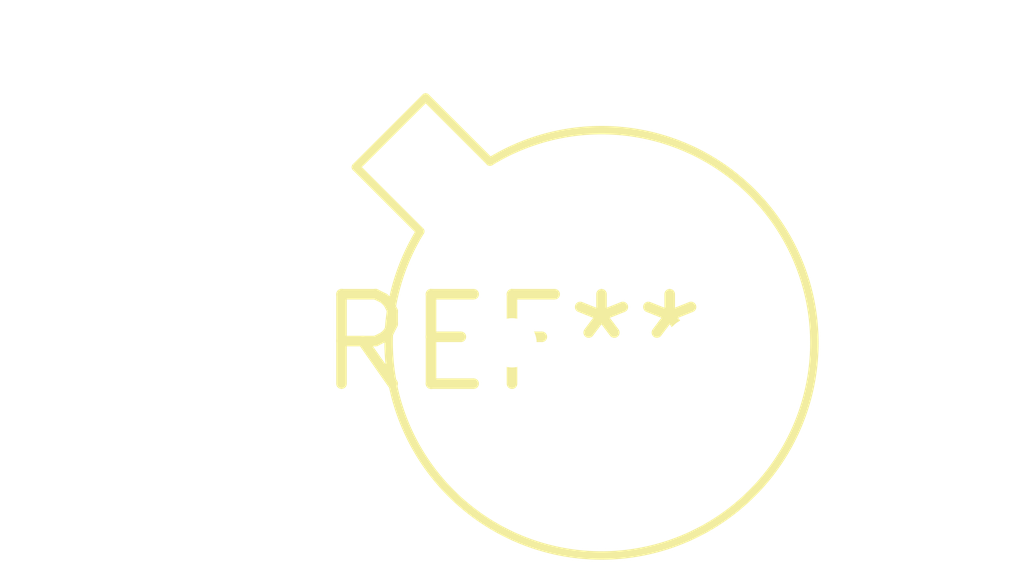
<source format=kicad_pcb>
(kicad_pcb (version 20240108) (generator pcbnew)
  (layers (0 "F.Cu" signal) (31 "B.Cu" signal) (34 "B.Paste" user) (35 "F.Paste" user) (36 "B.SilkS" user "B.Silkscreen") (37 "F.SilkS" user "F.Silkscreen") (38 "B.Mask" user) (39 "F.Mask" user) (44 "Edge.Cuts" user))
  (net 0 "")
  (footprint "TO-18-4_Lens" (layer "F.Cu") (at 0 0)
    (property "Reference" "REF**")
    (property "Value" "TO-18-4_Lens")
    (fp_line (start -2.214448 -2.494499) (end -1.302281 -1.582331) (layer "F.SilkS") (stroke (width 0.12)))
    (fp_line (start -1.224499 -3.484448) (end -2.214448 -2.494499) (layer "F.SilkS") (stroke (width 0.12)))
    (fp_line (start -0.312331 -2.572281) (end -1.224499 -3.484448) (layer "F.SilkS") (stroke (width 0.12)))
    (fp_arc (start -0.312331 -2.572281) (mid 3.405374 2.135551) (end -1.30215 -1.582544) (layer "F.SilkS") (stroke (width 0.12)))
    (pad "1" thru_hole oval (at 0 0) (size 1.6 1.2) (drill 0.7) (layers *.Cu *.Mask) (remove_unused_layers))
    (pad "2" thru_hole oval (at 1.27 1.27) (size 1.2 1.2) (drill 0.7) (layers *.Cu *.Mask) (remove_unused_layers))
    (pad "3" thru_hole oval (at 2.54 0) (size 1.2 1.2) (drill 0.7) (layers *.Cu *.Mask) (remove_unused_layers))
    (pad "4" thru_hole oval (at 1.27 -1.27) (size 1.2 1.2) (drill 0.7) (layers *.Cu *.Mask) (remove_unused_layers))
  )
)
</source>
